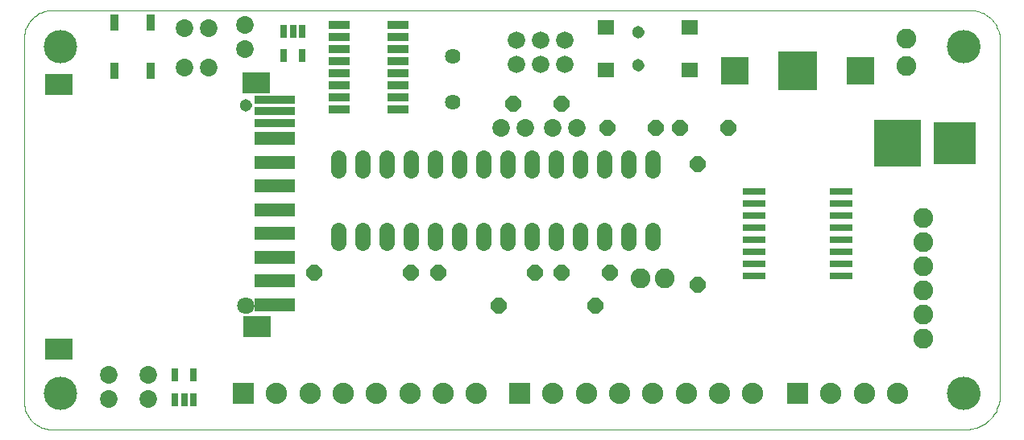
<source format=gts>
G04 This is an RS-274x file exported by *
G04 gerbv version 2.5.0 *
G04 More information is available about gerbv at *
G04 http://gerbv.gpleda.org/ *
G04 --End of header info--*
%MOIN*%
%FSLAX23Y23*%
%IPPOS*%
G04 --Define apertures--*
%ADD10C,0.0000*%
%ADD11C,0.0640*%
%ADD12C,0.0820*%
%ADD13C,0.0640*%
%ADD14C,0.0730*%
%AMMACRO15*
5,1,8,0.000000,0.000000,0.069273,22.500000*
%
%ADD15MACRO15*%
%ADD16R,0.0880X0.0340*%
%ADD17R,0.0297X0.0552*%
%ADD18C,0.0513*%
%ADD19C,0.0710*%
%ADD20R,0.1182X0.0867*%
%ADD21R,0.1655X0.0356*%
%ADD22R,0.1655X0.0552*%
%ADD23R,0.1640X0.1640*%
%ADD24R,0.1175X0.1175*%
%ADD25C,0.1380*%
%ADD26R,0.0380X0.0680*%
%ADD27R,0.0880X0.0880*%
%ADD28C,0.0880*%
%ADD29C,0.0720*%
%ADD30R,0.0946X0.0316*%
%ADD31R,0.0710X0.0631*%
%ADD32R,0.1740X0.1740*%
%ADD33R,0.1937X0.1937*%
G04 --Start main section--*
G54D10*
G01X00123Y00010D02*
G01X03905Y00010D01*
G01X03905Y00010D02*
G01X03913Y00010D01*
G01X03913Y00010D02*
G01X03920Y00011D01*
G01X03920Y00011D02*
G01X03927Y00012D01*
G01X03927Y00012D02*
G01X03935Y00013D01*
G01X03935Y00013D02*
G01X03942Y00015D01*
G01X03942Y00015D02*
G01X03949Y00017D01*
G01X03949Y00017D02*
G01X03956Y00020D01*
G01X03956Y00020D02*
G01X03963Y00022D01*
G01X03963Y00022D02*
G01X03970Y00026D01*
G01X03970Y00026D02*
G01X03976Y00029D01*
G01X03976Y00029D02*
G01X03983Y00033D01*
G01X03983Y00033D02*
G01X03989Y00037D01*
G01X03989Y00037D02*
G01X03995Y00042D01*
G01X03995Y00042D02*
G01X04000Y00047D01*
G01X04000Y00047D02*
G01X04006Y00052D01*
G01X04006Y00052D02*
G01X04011Y00057D01*
G01X04011Y00057D02*
G01X04016Y00063D01*
G01X04016Y00063D02*
G01X04020Y00069D01*
G01X04020Y00069D02*
G01X04025Y00075D01*
G01X04025Y00075D02*
G01X04029Y00081D01*
G01X04029Y00081D02*
G01X04032Y00088D01*
G01X04032Y00088D02*
G01X04035Y00095D01*
G01X04035Y00095D02*
G01X04038Y00102D01*
G01X04038Y00102D02*
G01X04041Y00109D01*
G01X04041Y00109D02*
G01X04043Y00116D01*
G01X04043Y00116D02*
G01X04045Y00123D01*
G01X04045Y00123D02*
G01X04046Y00130D01*
G01X04046Y00130D02*
G01X04047Y00138D01*
G01X04047Y00138D02*
G01X04047Y00145D01*
G01X04047Y00145D02*
G01X04048Y00153D01*
G01X04048Y00153D02*
G01X04048Y01624D01*
G01X04048Y01624D02*
G01X04047Y01631D01*
G01X04047Y01631D02*
G01X04047Y01638D01*
G01X04047Y01638D02*
G01X04046Y01645D01*
G01X04046Y01645D02*
G01X04045Y01652D01*
G01X04045Y01652D02*
G01X04043Y01658D01*
G01X04043Y01658D02*
G01X04041Y01665D01*
G01X04041Y01665D02*
G01X04038Y01671D01*
G01X04038Y01671D02*
G01X04035Y01678D01*
G01X04035Y01678D02*
G01X04032Y01684D01*
G01X04032Y01684D02*
G01X04029Y01690D01*
G01X04029Y01690D02*
G01X04025Y01695D01*
G01X04025Y01695D02*
G01X04021Y01701D01*
G01X04021Y01701D02*
G01X04016Y01706D01*
G01X04016Y01706D02*
G01X04012Y01711D01*
G01X04012Y01711D02*
G01X04007Y01716D01*
G01X04007Y01716D02*
G01X04001Y01720D01*
G01X04001Y01720D02*
G01X03996Y01724D01*
G01X03996Y01724D02*
G01X03990Y01728D01*
G01X03990Y01728D02*
G01X03984Y01732D01*
G01X03984Y01732D02*
G01X03978Y01735D01*
G01X03978Y01735D02*
G01X03972Y01738D01*
G01X03972Y01738D02*
G01X03965Y01740D01*
G01X03965Y01740D02*
G01X03959Y01742D01*
G01X03959Y01742D02*
G01X03952Y01744D01*
G01X03952Y01744D02*
G01X03945Y01745D01*
G01X03945Y01745D02*
G01X03939Y01746D01*
G01X03939Y01746D02*
G01X03932Y01747D01*
G01X03932Y01747D02*
G01X03925Y01747D01*
G01X03925Y01747D02*
G01X00125Y01747D01*
G01X00125Y01747D02*
G01X00118Y01747D01*
G01X00118Y01747D02*
G01X00112Y01746D01*
G01X00112Y01746D02*
G01X00105Y01745D01*
G01X00105Y01745D02*
G01X00099Y01744D01*
G01X00099Y01744D02*
G01X00092Y01742D01*
G01X00092Y01742D02*
G01X00086Y01740D01*
G01X00086Y01740D02*
G01X00080Y01738D01*
G01X00080Y01738D02*
G01X00074Y01735D01*
G01X00074Y01735D02*
G01X00068Y01732D01*
G01X00068Y01732D02*
G01X00062Y01728D01*
G01X00062Y01728D02*
G01X00057Y01724D01*
G01X00057Y01724D02*
G01X00051Y01720D01*
G01X00051Y01720D02*
G01X00047Y01716D01*
G01X00047Y01716D02*
G01X00042Y01711D01*
G01X00042Y01711D02*
G01X00037Y01706D01*
G01X00037Y01706D02*
G01X00033Y01701D01*
G01X00033Y01701D02*
G01X00029Y01696D01*
G01X00029Y01696D02*
G01X00026Y01690D01*
G01X00026Y01690D02*
G01X00023Y01684D01*
G01X00023Y01684D02*
G01X00020Y01678D01*
G01X00020Y01678D02*
G01X00017Y01672D01*
G01X00017Y01672D02*
G01X00015Y01665D01*
G01X00015Y01665D02*
G01X00014Y01659D01*
G01X00014Y01659D02*
G01X00012Y01652D01*
G01X00012Y01652D02*
G01X00011Y01646D01*
G01X00011Y01646D02*
G01X00011Y01639D01*
G01X00011Y01639D02*
G01X00011Y01633D01*
G01X00011Y01633D02*
G01X00011Y00122D01*
G01X00011Y00122D02*
G01X00011Y00116D01*
G01X00011Y00116D02*
G01X00011Y00109D01*
G01X00011Y00109D02*
G01X00012Y00103D01*
G01X00012Y00103D02*
G01X00014Y00096D01*
G01X00014Y00096D02*
G01X00015Y00090D01*
G01X00015Y00090D02*
G01X00017Y00084D01*
G01X00017Y00084D02*
G01X00020Y00078D01*
G01X00020Y00078D02*
G01X00022Y00072D01*
G01X00022Y00072D02*
G01X00026Y00066D01*
G01X00026Y00066D02*
G01X00029Y00061D01*
G01X00029Y00061D02*
G01X00033Y00055D01*
G01X00033Y00055D02*
G01X00037Y00050D01*
G01X00037Y00050D02*
G01X00041Y00045D01*
G01X00041Y00045D02*
G01X00046Y00041D01*
G01X00046Y00041D02*
G01X00051Y00036D01*
G01X00051Y00036D02*
G01X00056Y00032D01*
G01X00056Y00032D02*
G01X00061Y00029D01*
G01X00061Y00029D02*
G01X00067Y00025D01*
G01X00067Y00025D02*
G01X00072Y00022D01*
G01X00072Y00022D02*
G01X00078Y00019D01*
G01X00078Y00019D02*
G01X00084Y00017D01*
G01X00084Y00017D02*
G01X00090Y00015D01*
G01X00090Y00015D02*
G01X00097Y00013D01*
G01X00097Y00013D02*
G01X00103Y00012D01*
G01X00103Y00012D02*
G01X00110Y00011D01*
G01X00110Y00011D02*
G01X00116Y00010D01*
G01X00116Y00010D02*
G01X00123Y00010D01*
G01X00095Y00160D02*
G01X00095Y00165D01*
G01X00095Y00165D02*
G01X00096Y00170D01*
G01X00096Y00170D02*
G01X00097Y00175D01*
G01X00097Y00175D02*
G01X00098Y00180D01*
G01X00098Y00180D02*
G01X00100Y00185D01*
G01X00100Y00185D02*
G01X00102Y00189D01*
G01X00102Y00189D02*
G01X00104Y00194D01*
G01X00104Y00194D02*
G01X00107Y00198D01*
G01X00107Y00198D02*
G01X00110Y00202D01*
G01X00110Y00202D02*
G01X00114Y00206D01*
G01X00114Y00206D02*
G01X00117Y00209D01*
G01X00117Y00209D02*
G01X00121Y00212D01*
G01X00121Y00212D02*
G01X00125Y00215D01*
G01X00125Y00215D02*
G01X00130Y00218D01*
G01X00130Y00218D02*
G01X00134Y00220D01*
G01X00134Y00220D02*
G01X00139Y00222D01*
G01X00139Y00222D02*
G01X00144Y00223D01*
G01X00144Y00223D02*
G01X00149Y00224D01*
G01X00149Y00224D02*
G01X00154Y00225D01*
G01X00154Y00225D02*
G01X00159Y00225D01*
G01X00159Y00225D02*
G01X00164Y00225D01*
G01X00164Y00225D02*
G01X00169Y00225D01*
G01X00169Y00225D02*
G01X00174Y00224D01*
G01X00174Y00224D02*
G01X00179Y00222D01*
G01X00179Y00222D02*
G01X00184Y00221D01*
G01X00184Y00221D02*
G01X00188Y00219D01*
G01X00188Y00219D02*
G01X00193Y00216D01*
G01X00193Y00216D02*
G01X00197Y00214D01*
G01X00197Y00214D02*
G01X00201Y00211D01*
G01X00201Y00211D02*
G01X00205Y00207D01*
G01X00205Y00207D02*
G01X00208Y00204D01*
G01X00208Y00204D02*
G01X00212Y00200D01*
G01X00212Y00200D02*
G01X00214Y00196D01*
G01X00214Y00196D02*
G01X00217Y00192D01*
G01X00217Y00192D02*
G01X00219Y00187D01*
G01X00219Y00187D02*
G01X00221Y00182D01*
G01X00221Y00182D02*
G01X00223Y00178D01*
G01X00223Y00178D02*
G01X00224Y00173D01*
G01X00224Y00173D02*
G01X00225Y00168D01*
G01X00225Y00168D02*
G01X00225Y00163D01*
G01X00225Y00163D02*
G01X00225Y00158D01*
G01X00225Y00158D02*
G01X00225Y00153D01*
G01X00225Y00153D02*
G01X00224Y00148D01*
G01X00224Y00148D02*
G01X00223Y00143D01*
G01X00223Y00143D02*
G01X00221Y00138D01*
G01X00221Y00138D02*
G01X00219Y00133D01*
G01X00219Y00133D02*
G01X00217Y00129D01*
G01X00217Y00129D02*
G01X00214Y00124D01*
G01X00214Y00124D02*
G01X00212Y00120D01*
G01X00212Y00120D02*
G01X00208Y00116D01*
G01X00208Y00116D02*
G01X00205Y00113D01*
G01X00205Y00113D02*
G01X00201Y00110D01*
G01X00201Y00110D02*
G01X00197Y00107D01*
G01X00197Y00107D02*
G01X00193Y00104D01*
G01X00193Y00104D02*
G01X00188Y00102D01*
G01X00188Y00102D02*
G01X00184Y00100D01*
G01X00184Y00100D02*
G01X00179Y00098D01*
G01X00179Y00098D02*
G01X00174Y00097D01*
G01X00174Y00097D02*
G01X00169Y00096D01*
G01X00169Y00096D02*
G01X00164Y00095D01*
G01X00164Y00095D02*
G01X00159Y00095D01*
G01X00159Y00095D02*
G01X00154Y00095D01*
G01X00154Y00095D02*
G01X00149Y00096D01*
G01X00149Y00096D02*
G01X00144Y00097D01*
G01X00144Y00097D02*
G01X00139Y00099D01*
G01X00139Y00099D02*
G01X00134Y00100D01*
G01X00134Y00100D02*
G01X00130Y00103D01*
G01X00130Y00103D02*
G01X00125Y00105D01*
G01X00125Y00105D02*
G01X00121Y00108D01*
G01X00121Y00108D02*
G01X00117Y00111D01*
G01X00117Y00111D02*
G01X00114Y00115D01*
G01X00114Y00115D02*
G01X00110Y00118D01*
G01X00110Y00118D02*
G01X00107Y00122D01*
G01X00107Y00122D02*
G01X00104Y00127D01*
G01X00104Y00127D02*
G01X00102Y00131D01*
G01X00102Y00131D02*
G01X00100Y00136D01*
G01X00100Y00136D02*
G01X00098Y00140D01*
G01X00098Y00140D02*
G01X00097Y00145D01*
G01X00097Y00145D02*
G01X00096Y00150D01*
G01X00096Y00150D02*
G01X00095Y00155D01*
G01X00095Y00155D02*
G01X00095Y00160D01*
G01X00896Y00524D02*
G01X00896Y00527D01*
G01X00896Y00527D02*
G01X00897Y00531D01*
G01X00897Y00531D02*
G01X00898Y00534D01*
G01X00898Y00534D02*
G01X00899Y00537D01*
G01X00899Y00537D02*
G01X00901Y00540D01*
G01X00901Y00540D02*
G01X00903Y00543D01*
G01X00903Y00543D02*
G01X00905Y00546D01*
G01X00905Y00546D02*
G01X00908Y00548D01*
G01X00908Y00548D02*
G01X00911Y00550D01*
G01X00911Y00550D02*
G01X00914Y00552D01*
G01X00914Y00552D02*
G01X00917Y00553D01*
G01X00917Y00553D02*
G01X00920Y00554D01*
G01X00920Y00554D02*
G01X00924Y00555D01*
G01X00924Y00555D02*
G01X00927Y00555D01*
G01X00927Y00555D02*
G01X00931Y00555D01*
G01X00931Y00555D02*
G01X00934Y00554D01*
G01X00934Y00554D02*
G01X00938Y00553D01*
G01X00938Y00553D02*
G01X00941Y00552D01*
G01X00941Y00552D02*
G01X00944Y00550D01*
G01X00944Y00550D02*
G01X00947Y00548D01*
G01X00947Y00548D02*
G01X00950Y00546D01*
G01X00950Y00546D02*
G01X00952Y00543D01*
G01X00952Y00543D02*
G01X00954Y00540D01*
G01X00954Y00540D02*
G01X00956Y00537D01*
G01X00956Y00537D02*
G01X00957Y00534D01*
G01X00957Y00534D02*
G01X00958Y00531D01*
G01X00958Y00531D02*
G01X00959Y00527D01*
G01X00959Y00527D02*
G01X00959Y00524D01*
G01X00959Y00524D02*
G01X00959Y00520D01*
G01X00959Y00520D02*
G01X00958Y00517D01*
G01X00958Y00517D02*
G01X00957Y00513D01*
G01X00957Y00513D02*
G01X00956Y00510D01*
G01X00956Y00510D02*
G01X00954Y00507D01*
G01X00954Y00507D02*
G01X00952Y00504D01*
G01X00952Y00504D02*
G01X00950Y00501D01*
G01X00950Y00501D02*
G01X00947Y00499D01*
G01X00947Y00499D02*
G01X00944Y00497D01*
G01X00944Y00497D02*
G01X00941Y00495D01*
G01X00941Y00495D02*
G01X00938Y00494D01*
G01X00938Y00494D02*
G01X00934Y00493D01*
G01X00934Y00493D02*
G01X00931Y00492D01*
G01X00931Y00492D02*
G01X00927Y00492D01*
G01X00927Y00492D02*
G01X00924Y00492D01*
G01X00924Y00492D02*
G01X00920Y00493D01*
G01X00920Y00493D02*
G01X00917Y00494D01*
G01X00917Y00494D02*
G01X00914Y00495D01*
G01X00914Y00495D02*
G01X00911Y00497D01*
G01X00911Y00497D02*
G01X00908Y00499D01*
G01X00908Y00499D02*
G01X00905Y00501D01*
G01X00905Y00501D02*
G01X00903Y00504D01*
G01X00903Y00504D02*
G01X00901Y00507D01*
G01X00901Y00507D02*
G01X00899Y00510D01*
G01X00899Y00510D02*
G01X00898Y00513D01*
G01X00898Y00513D02*
G01X00897Y00517D01*
G01X00897Y00517D02*
G01X00896Y00520D01*
G01X00896Y00520D02*
G01X00896Y00524D01*
G01X00906Y01354D02*
G01X00906Y01357D01*
G01X00906Y01357D02*
G01X00907Y01360D01*
G01X00907Y01360D02*
G01X00907Y01363D01*
G01X00907Y01363D02*
G01X00909Y01365D01*
G01X00909Y01365D02*
G01X00910Y01368D01*
G01X00910Y01368D02*
G01X00912Y01370D01*
G01X00912Y01370D02*
G01X00915Y01372D01*
G01X00915Y01372D02*
G01X00917Y01373D01*
G01X00917Y01373D02*
G01X00920Y01375D01*
G01X00920Y01375D02*
G01X00922Y01375D01*
G01X00922Y01375D02*
G01X00925Y01376D01*
G01X00925Y01376D02*
G01X00928Y01376D01*
G01X00928Y01376D02*
G01X00931Y01376D01*
G01X00931Y01376D02*
G01X00934Y01375D01*
G01X00934Y01375D02*
G01X00937Y01374D01*
G01X00937Y01374D02*
G01X00939Y01373D01*
G01X00939Y01373D02*
G01X00941Y01371D01*
G01X00941Y01371D02*
G01X00944Y01369D01*
G01X00944Y01369D02*
G01X00945Y01367D01*
G01X00945Y01367D02*
G01X00947Y01364D01*
G01X00947Y01364D02*
G01X00948Y01361D01*
G01X00948Y01361D02*
G01X00949Y01359D01*
G01X00949Y01359D02*
G01X00949Y01356D01*
G01X00949Y01356D02*
G01X00949Y01353D01*
G01X00949Y01353D02*
G01X00949Y01350D01*
G01X00949Y01350D02*
G01X00948Y01347D01*
G01X00948Y01347D02*
G01X00947Y01345D01*
G01X00947Y01345D02*
G01X00945Y01342D01*
G01X00945Y01342D02*
G01X00944Y01340D01*
G01X00944Y01340D02*
G01X00941Y01338D01*
G01X00941Y01338D02*
G01X00939Y01336D01*
G01X00939Y01336D02*
G01X00937Y01335D01*
G01X00937Y01335D02*
G01X00934Y01334D01*
G01X00934Y01334D02*
G01X00931Y01333D01*
G01X00931Y01333D02*
G01X00928Y01333D01*
G01X00928Y01333D02*
G01X00925Y01333D01*
G01X00925Y01333D02*
G01X00922Y01333D01*
G01X00922Y01333D02*
G01X00920Y01334D01*
G01X00920Y01334D02*
G01X00917Y01335D01*
G01X00917Y01335D02*
G01X00915Y01337D01*
G01X00915Y01337D02*
G01X00912Y01339D01*
G01X00912Y01339D02*
G01X00910Y01341D01*
G01X00910Y01341D02*
G01X00909Y01343D01*
G01X00909Y01343D02*
G01X00907Y01346D01*
G01X00907Y01346D02*
G01X00907Y01349D01*
G01X00907Y01349D02*
G01X00906Y01351D01*
G01X00906Y01351D02*
G01X00906Y01354D01*
G01X00095Y01598D02*
G01X00095Y01603D01*
G01X00095Y01603D02*
G01X00096Y01608D01*
G01X00096Y01608D02*
G01X00097Y01613D01*
G01X00097Y01613D02*
G01X00098Y01617D01*
G01X00098Y01617D02*
G01X00100Y01622D01*
G01X00100Y01622D02*
G01X00102Y01627D01*
G01X00102Y01627D02*
G01X00104Y01631D01*
G01X00104Y01631D02*
G01X00107Y01635D01*
G01X00107Y01635D02*
G01X00110Y01639D01*
G01X00110Y01639D02*
G01X00114Y01643D01*
G01X00114Y01643D02*
G01X00117Y01647D01*
G01X00117Y01647D02*
G01X00121Y01650D01*
G01X00121Y01650D02*
G01X00125Y01653D01*
G01X00125Y01653D02*
G01X00130Y01655D01*
G01X00130Y01655D02*
G01X00134Y01657D01*
G01X00134Y01657D02*
G01X00139Y01659D01*
G01X00139Y01659D02*
G01X00144Y01661D01*
G01X00144Y01661D02*
G01X00149Y01662D01*
G01X00149Y01662D02*
G01X00154Y01662D01*
G01X00154Y01662D02*
G01X00159Y01663D01*
G01X00159Y01663D02*
G01X00164Y01663D01*
G01X00164Y01663D02*
G01X00169Y01662D01*
G01X00169Y01662D02*
G01X00174Y01661D01*
G01X00174Y01661D02*
G01X00179Y01660D01*
G01X00179Y01660D02*
G01X00184Y01658D01*
G01X00184Y01658D02*
G01X00188Y01656D01*
G01X00188Y01656D02*
G01X00193Y01654D01*
G01X00193Y01654D02*
G01X00197Y01651D01*
G01X00197Y01651D02*
G01X00201Y01648D01*
G01X00201Y01648D02*
G01X00205Y01645D01*
G01X00205Y01645D02*
G01X00208Y01641D01*
G01X00208Y01641D02*
G01X00212Y01637D01*
G01X00212Y01637D02*
G01X00214Y01633D01*
G01X00214Y01633D02*
G01X00217Y01629D01*
G01X00217Y01629D02*
G01X00219Y01625D01*
G01X00219Y01625D02*
G01X00221Y01620D01*
G01X00221Y01620D02*
G01X00223Y01615D01*
G01X00223Y01615D02*
G01X00224Y01610D01*
G01X00224Y01610D02*
G01X00225Y01605D01*
G01X00225Y01605D02*
G01X00225Y01600D01*
G01X00225Y01600D02*
G01X00225Y01595D01*
G01X00225Y01595D02*
G01X00225Y01590D01*
G01X00225Y01590D02*
G01X00224Y01585D01*
G01X00224Y01585D02*
G01X00223Y01580D01*
G01X00223Y01580D02*
G01X00221Y01575D01*
G01X00221Y01575D02*
G01X00219Y01571D01*
G01X00219Y01571D02*
G01X00217Y01566D01*
G01X00217Y01566D02*
G01X00214Y01562D01*
G01X00214Y01562D02*
G01X00212Y01558D01*
G01X00212Y01558D02*
G01X00208Y01554D01*
G01X00208Y01554D02*
G01X00205Y01550D01*
G01X00205Y01550D02*
G01X00201Y01547D01*
G01X00201Y01547D02*
G01X00197Y01544D01*
G01X00197Y01544D02*
G01X00193Y01541D01*
G01X00193Y01541D02*
G01X00188Y01539D01*
G01X00188Y01539D02*
G01X00184Y01537D01*
G01X00184Y01537D02*
G01X00179Y01535D01*
G01X00179Y01535D02*
G01X00174Y01534D01*
G01X00174Y01534D02*
G01X00169Y01533D01*
G01X00169Y01533D02*
G01X00164Y01533D01*
G01X00164Y01533D02*
G01X00159Y01533D01*
G01X00159Y01533D02*
G01X00154Y01533D01*
G01X00154Y01533D02*
G01X00149Y01534D01*
G01X00149Y01534D02*
G01X00144Y01535D01*
G01X00144Y01535D02*
G01X00139Y01536D01*
G01X00139Y01536D02*
G01X00134Y01538D01*
G01X00134Y01538D02*
G01X00130Y01540D01*
G01X00130Y01540D02*
G01X00125Y01543D01*
G01X00125Y01543D02*
G01X00121Y01546D01*
G01X00121Y01546D02*
G01X00117Y01549D01*
G01X00117Y01549D02*
G01X00114Y01552D01*
G01X00114Y01552D02*
G01X00110Y01556D01*
G01X00110Y01556D02*
G01X00107Y01560D01*
G01X00107Y01560D02*
G01X00104Y01564D01*
G01X00104Y01564D02*
G01X00102Y01568D01*
G01X00102Y01568D02*
G01X00100Y01573D01*
G01X00100Y01573D02*
G01X00098Y01578D01*
G01X00098Y01578D02*
G01X00097Y01583D01*
G01X00097Y01583D02*
G01X00096Y01588D01*
G01X00096Y01588D02*
G01X00095Y01593D01*
G01X00095Y01593D02*
G01X00095Y01598D01*
G01X02529Y01658D02*
G01X02529Y01661D01*
G01X02529Y01661D02*
G01X02530Y01663D01*
G01X02530Y01663D02*
G01X02530Y01666D01*
G01X02530Y01666D02*
G01X02532Y01669D01*
G01X02532Y01669D02*
G01X02533Y01671D01*
G01X02533Y01671D02*
G01X02535Y01673D01*
G01X02535Y01673D02*
G01X02538Y01675D01*
G01X02538Y01675D02*
G01X02540Y01677D01*
G01X02540Y01677D02*
G01X02543Y01678D01*
G01X02543Y01678D02*
G01X02545Y01679D01*
G01X02545Y01679D02*
G01X02548Y01679D01*
G01X02548Y01679D02*
G01X02551Y01679D01*
G01X02551Y01679D02*
G01X02554Y01679D01*
G01X02554Y01679D02*
G01X02557Y01678D01*
G01X02557Y01678D02*
G01X02560Y01677D01*
G01X02560Y01677D02*
G01X02562Y01676D01*
G01X02562Y01676D02*
G01X02564Y01674D01*
G01X02564Y01674D02*
G01X02567Y01672D01*
G01X02567Y01672D02*
G01X02568Y01670D01*
G01X02568Y01670D02*
G01X02570Y01667D01*
G01X02570Y01667D02*
G01X02571Y01665D01*
G01X02571Y01665D02*
G01X02572Y01662D01*
G01X02572Y01662D02*
G01X02572Y01659D01*
G01X02572Y01659D02*
G01X02572Y01656D01*
G01X02572Y01656D02*
G01X02572Y01653D01*
G01X02572Y01653D02*
G01X02571Y01651D01*
G01X02571Y01651D02*
G01X02570Y01648D01*
G01X02570Y01648D02*
G01X02568Y01645D01*
G01X02568Y01645D02*
G01X02567Y01643D01*
G01X02567Y01643D02*
G01X02564Y01641D01*
G01X02564Y01641D02*
G01X02562Y01639D01*
G01X02562Y01639D02*
G01X02560Y01638D01*
G01X02560Y01638D02*
G01X02557Y01637D01*
G01X02557Y01637D02*
G01X02554Y01636D01*
G01X02554Y01636D02*
G01X02551Y01636D01*
G01X02551Y01636D02*
G01X02548Y01636D01*
G01X02548Y01636D02*
G01X02545Y01637D01*
G01X02545Y01637D02*
G01X02543Y01637D01*
G01X02543Y01637D02*
G01X02540Y01639D01*
G01X02540Y01639D02*
G01X02538Y01640D01*
G01X02538Y01640D02*
G01X02535Y01642D01*
G01X02535Y01642D02*
G01X02533Y01644D01*
G01X02533Y01644D02*
G01X02532Y01647D01*
G01X02532Y01647D02*
G01X02530Y01649D01*
G01X02530Y01649D02*
G01X02530Y01652D01*
G01X02530Y01652D02*
G01X02529Y01655D01*
G01X02529Y01655D02*
G01X02529Y01658D01*
G01X02529Y01520D02*
G01X02529Y01523D01*
G01X02529Y01523D02*
G01X02530Y01526D01*
G01X02530Y01526D02*
G01X02530Y01528D01*
G01X02530Y01528D02*
G01X02532Y01531D01*
G01X02532Y01531D02*
G01X02533Y01533D01*
G01X02533Y01533D02*
G01X02535Y01535D01*
G01X02535Y01535D02*
G01X02538Y01537D01*
G01X02538Y01537D02*
G01X02540Y01539D01*
G01X02540Y01539D02*
G01X02543Y01540D01*
G01X02543Y01540D02*
G01X02545Y01541D01*
G01X02545Y01541D02*
G01X02548Y01541D01*
G01X02548Y01541D02*
G01X02551Y01542D01*
G01X02551Y01542D02*
G01X02554Y01541D01*
G01X02554Y01541D02*
G01X02557Y01541D01*
G01X02557Y01541D02*
G01X02560Y01540D01*
G01X02560Y01540D02*
G01X02562Y01538D01*
G01X02562Y01538D02*
G01X02564Y01536D01*
G01X02564Y01536D02*
G01X02567Y01534D01*
G01X02567Y01534D02*
G01X02568Y01532D01*
G01X02568Y01532D02*
G01X02570Y01530D01*
G01X02570Y01530D02*
G01X02571Y01527D01*
G01X02571Y01527D02*
G01X02572Y01524D01*
G01X02572Y01524D02*
G01X02572Y01521D01*
G01X02572Y01521D02*
G01X02572Y01518D01*
G01X02572Y01518D02*
G01X02572Y01516D01*
G01X02572Y01516D02*
G01X02571Y01513D01*
G01X02571Y01513D02*
G01X02570Y01510D01*
G01X02570Y01510D02*
G01X02568Y01508D01*
G01X02568Y01508D02*
G01X02567Y01505D01*
G01X02567Y01505D02*
G01X02564Y01503D01*
G01X02564Y01503D02*
G01X02562Y01502D01*
G01X02562Y01502D02*
G01X02560Y01500D01*
G01X02560Y01500D02*
G01X02557Y01499D01*
G01X02557Y01499D02*
G01X02554Y01498D01*
G01X02554Y01498D02*
G01X02551Y01498D01*
G01X02551Y01498D02*
G01X02548Y01498D01*
G01X02548Y01498D02*
G01X02545Y01499D01*
G01X02545Y01499D02*
G01X02543Y01500D01*
G01X02543Y01500D02*
G01X02540Y01501D01*
G01X02540Y01501D02*
G01X02538Y01502D01*
G01X02538Y01502D02*
G01X02535Y01504D01*
G01X02535Y01504D02*
G01X02533Y01506D01*
G01X02533Y01506D02*
G01X02532Y01509D01*
G01X02532Y01509D02*
G01X02530Y01511D01*
G01X02530Y01511D02*
G01X02530Y01514D01*
G01X02530Y01514D02*
G01X02529Y01517D01*
G01X02529Y01517D02*
G01X02529Y01520D01*
G01X03833Y01598D02*
G01X03833Y01603D01*
G01X03833Y01603D02*
G01X03833Y01608D01*
G01X03833Y01608D02*
G01X03834Y01613D01*
G01X03834Y01613D02*
G01X03836Y01617D01*
G01X03836Y01617D02*
G01X03837Y01622D01*
G01X03837Y01622D02*
G01X03840Y01627D01*
G01X03840Y01627D02*
G01X03842Y01631D01*
G01X03842Y01631D02*
G01X03845Y01635D01*
G01X03845Y01635D02*
G01X03848Y01639D01*
G01X03848Y01639D02*
G01X03851Y01643D01*
G01X03851Y01643D02*
G01X03855Y01647D01*
G01X03855Y01647D02*
G01X03859Y01650D01*
G01X03859Y01650D02*
G01X03863Y01653D01*
G01X03863Y01653D02*
G01X03867Y01655D01*
G01X03867Y01655D02*
G01X03872Y01657D01*
G01X03872Y01657D02*
G01X03877Y01659D01*
G01X03877Y01659D02*
G01X03881Y01661D01*
G01X03881Y01661D02*
G01X03886Y01662D01*
G01X03886Y01662D02*
G01X03891Y01662D01*
G01X03891Y01662D02*
G01X03896Y01663D01*
G01X03896Y01663D02*
G01X03901Y01663D01*
G01X03901Y01663D02*
G01X03906Y01662D01*
G01X03906Y01662D02*
G01X03911Y01661D01*
G01X03911Y01661D02*
G01X03916Y01660D01*
G01X03916Y01660D02*
G01X03921Y01658D01*
G01X03921Y01658D02*
G01X03926Y01656D01*
G01X03926Y01656D02*
G01X03930Y01654D01*
G01X03930Y01654D02*
G01X03934Y01651D01*
G01X03934Y01651D02*
G01X03938Y01648D01*
G01X03938Y01648D02*
G01X03942Y01645D01*
G01X03942Y01645D02*
G01X03946Y01641D01*
G01X03946Y01641D02*
G01X03949Y01637D01*
G01X03949Y01637D02*
G01X03952Y01633D01*
G01X03952Y01633D02*
G01X03955Y01629D01*
G01X03955Y01629D02*
G01X03957Y01625D01*
G01X03957Y01625D02*
G01X03959Y01620D01*
G01X03959Y01620D02*
G01X03960Y01615D01*
G01X03960Y01615D02*
G01X03961Y01610D01*
G01X03961Y01610D02*
G01X03962Y01605D01*
G01X03962Y01605D02*
G01X03963Y01600D01*
G01X03963Y01600D02*
G01X03963Y01595D01*
G01X03963Y01595D02*
G01X03962Y01590D01*
G01X03962Y01590D02*
G01X03961Y01585D01*
G01X03961Y01585D02*
G01X03960Y01580D01*
G01X03960Y01580D02*
G01X03959Y01575D01*
G01X03959Y01575D02*
G01X03957Y01571D01*
G01X03957Y01571D02*
G01X03955Y01566D01*
G01X03955Y01566D02*
G01X03952Y01562D01*
G01X03952Y01562D02*
G01X03949Y01558D01*
G01X03949Y01558D02*
G01X03946Y01554D01*
G01X03946Y01554D02*
G01X03942Y01550D01*
G01X03942Y01550D02*
G01X03938Y01547D01*
G01X03938Y01547D02*
G01X03934Y01544D01*
G01X03934Y01544D02*
G01X03930Y01541D01*
G01X03930Y01541D02*
G01X03926Y01539D01*
G01X03926Y01539D02*
G01X03921Y01537D01*
G01X03921Y01537D02*
G01X03916Y01535D01*
G01X03916Y01535D02*
G01X03911Y01534D01*
G01X03911Y01534D02*
G01X03906Y01533D01*
G01X03906Y01533D02*
G01X03901Y01533D01*
G01X03901Y01533D02*
G01X03896Y01533D01*
G01X03896Y01533D02*
G01X03891Y01533D01*
G01X03891Y01533D02*
G01X03886Y01534D01*
G01X03886Y01534D02*
G01X03881Y01535D01*
G01X03881Y01535D02*
G01X03877Y01536D01*
G01X03877Y01536D02*
G01X03872Y01538D01*
G01X03872Y01538D02*
G01X03867Y01540D01*
G01X03867Y01540D02*
G01X03863Y01543D01*
G01X03863Y01543D02*
G01X03859Y01546D01*
G01X03859Y01546D02*
G01X03855Y01549D01*
G01X03855Y01549D02*
G01X03851Y01552D01*
G01X03851Y01552D02*
G01X03848Y01556D01*
G01X03848Y01556D02*
G01X03845Y01560D01*
G01X03845Y01560D02*
G01X03842Y01564D01*
G01X03842Y01564D02*
G01X03840Y01568D01*
G01X03840Y01568D02*
G01X03837Y01573D01*
G01X03837Y01573D02*
G01X03836Y01578D01*
G01X03836Y01578D02*
G01X03834Y01583D01*
G01X03834Y01583D02*
G01X03833Y01588D01*
G01X03833Y01588D02*
G01X03833Y01593D01*
G01X03833Y01593D02*
G01X03833Y01598D01*
G01X03833Y00160D02*
G01X03833Y00165D01*
G01X03833Y00165D02*
G01X03833Y00170D01*
G01X03833Y00170D02*
G01X03834Y00175D01*
G01X03834Y00175D02*
G01X03836Y00180D01*
G01X03836Y00180D02*
G01X03837Y00185D01*
G01X03837Y00185D02*
G01X03840Y00189D01*
G01X03840Y00189D02*
G01X03842Y00194D01*
G01X03842Y00194D02*
G01X03845Y00198D01*
G01X03845Y00198D02*
G01X03848Y00202D01*
G01X03848Y00202D02*
G01X03851Y00206D01*
G01X03851Y00206D02*
G01X03855Y00209D01*
G01X03855Y00209D02*
G01X03859Y00212D01*
G01X03859Y00212D02*
G01X03863Y00215D01*
G01X03863Y00215D02*
G01X03867Y00218D01*
G01X03867Y00218D02*
G01X03872Y00220D01*
G01X03872Y00220D02*
G01X03877Y00222D01*
G01X03877Y00222D02*
G01X03881Y00223D01*
G01X03881Y00223D02*
G01X03886Y00224D01*
G01X03886Y00224D02*
G01X03891Y00225D01*
G01X03891Y00225D02*
G01X03896Y00225D01*
G01X03896Y00225D02*
G01X03901Y00225D01*
G01X03901Y00225D02*
G01X03906Y00225D01*
G01X03906Y00225D02*
G01X03911Y00224D01*
G01X03911Y00224D02*
G01X03916Y00222D01*
G01X03916Y00222D02*
G01X03921Y00221D01*
G01X03921Y00221D02*
G01X03926Y00219D01*
G01X03926Y00219D02*
G01X03930Y00216D01*
G01X03930Y00216D02*
G01X03934Y00214D01*
G01X03934Y00214D02*
G01X03938Y00211D01*
G01X03938Y00211D02*
G01X03942Y00207D01*
G01X03942Y00207D02*
G01X03946Y00204D01*
G01X03946Y00204D02*
G01X03949Y00200D01*
G01X03949Y00200D02*
G01X03952Y00196D01*
G01X03952Y00196D02*
G01X03955Y00192D01*
G01X03955Y00192D02*
G01X03957Y00187D01*
G01X03957Y00187D02*
G01X03959Y00182D01*
G01X03959Y00182D02*
G01X03960Y00178D01*
G01X03960Y00178D02*
G01X03961Y00173D01*
G01X03961Y00173D02*
G01X03962Y00168D01*
G01X03962Y00168D02*
G01X03963Y00163D01*
G01X03963Y00163D02*
G01X03963Y00158D01*
G01X03963Y00158D02*
G01X03962Y00153D01*
G01X03962Y00153D02*
G01X03961Y00148D01*
G01X03961Y00148D02*
G01X03960Y00143D01*
G01X03960Y00143D02*
G01X03959Y00138D01*
G01X03959Y00138D02*
G01X03957Y00133D01*
G01X03957Y00133D02*
G01X03955Y00129D01*
G01X03955Y00129D02*
G01X03952Y00124D01*
G01X03952Y00124D02*
G01X03949Y00120D01*
G01X03949Y00120D02*
G01X03946Y00116D01*
G01X03946Y00116D02*
G01X03942Y00113D01*
G01X03942Y00113D02*
G01X03938Y00110D01*
G01X03938Y00110D02*
G01X03934Y00107D01*
G01X03934Y00107D02*
G01X03930Y00104D01*
G01X03930Y00104D02*
G01X03926Y00102D01*
G01X03926Y00102D02*
G01X03921Y00100D01*
G01X03921Y00100D02*
G01X03916Y00098D01*
G01X03916Y00098D02*
G01X03911Y00097D01*
G01X03911Y00097D02*
G01X03906Y00096D01*
G01X03906Y00096D02*
G01X03901Y00095D01*
G01X03901Y00095D02*
G01X03896Y00095D01*
G01X03896Y00095D02*
G01X03891Y00095D01*
G01X03891Y00095D02*
G01X03886Y00096D01*
G01X03886Y00096D02*
G01X03881Y00097D01*
G01X03881Y00097D02*
G01X03877Y00099D01*
G01X03877Y00099D02*
G01X03872Y00100D01*
G01X03872Y00100D02*
G01X03867Y00103D01*
G01X03867Y00103D02*
G01X03863Y00105D01*
G01X03863Y00105D02*
G01X03859Y00108D01*
G01X03859Y00108D02*
G01X03855Y00111D01*
G01X03855Y00111D02*
G01X03851Y00115D01*
G01X03851Y00115D02*
G01X03848Y00118D01*
G01X03848Y00118D02*
G01X03845Y00122D01*
G01X03845Y00122D02*
G01X03842Y00127D01*
G01X03842Y00127D02*
G01X03840Y00131D01*
G01X03840Y00131D02*
G01X03837Y00136D01*
G01X03837Y00136D02*
G01X03836Y00140D01*
G01X03836Y00140D02*
G01X03834Y00145D01*
G01X03834Y00145D02*
G01X03833Y00150D01*
G01X03833Y00150D02*
G01X03833Y00155D01*
G01X03833Y00155D02*
G01X03833Y00160D01*
G54D11*
G01X02610Y00782D02*
G01X02610Y00838D01*
G01X02510Y00838D02*
G01X02510Y00782D01*
G01X02410Y00782D02*
G01X02410Y00838D01*
G01X02310Y00838D02*
G01X02310Y00782D01*
G01X02210Y00782D02*
G01X02210Y00838D01*
G01X02110Y00838D02*
G01X02110Y00782D01*
G01X02010Y00782D02*
G01X02010Y00838D01*
G01X01910Y00838D02*
G01X01910Y00782D01*
G01X01810Y00782D02*
G01X01810Y00838D01*
G01X01710Y00838D02*
G01X01710Y00782D01*
G01X01610Y00782D02*
G01X01610Y00838D01*
G01X01510Y00838D02*
G01X01510Y00782D01*
G01X01410Y00782D02*
G01X01410Y00838D01*
G01X01310Y00838D02*
G01X01310Y00782D01*
G01X01310Y01082D02*
G01X01310Y01138D01*
G01X01410Y01138D02*
G01X01410Y01082D01*
G01X01510Y01082D02*
G01X01510Y01138D01*
G01X01610Y01138D02*
G01X01610Y01082D01*
G01X01710Y01082D02*
G01X01710Y01138D01*
G01X01810Y01138D02*
G01X01810Y01082D01*
G01X01910Y01082D02*
G01X01910Y01138D01*
G01X02010Y01138D02*
G01X02010Y01082D01*
G01X02110Y01082D02*
G01X02110Y01138D01*
G01X02210Y01138D02*
G01X02210Y01082D01*
G01X02310Y01082D02*
G01X02310Y01138D01*
G01X02410Y01138D02*
G01X02410Y01082D01*
G01X02510Y01082D02*
G01X02510Y01138D01*
G01X02610Y01138D02*
G01X02610Y01082D01*
G54D12*
G01X02660Y00635D03*
G01X02560Y00635D03*
G01X03730Y00588D03*
G01X03730Y00688D03*
G01X03730Y00788D03*
G01X03730Y00888D03*
G01X03730Y00488D03*
G01X03730Y00388D03*
G01X03660Y01516D03*
G01X03660Y01630D03*
G54D13*
G01X01785Y01555D03*
G01X01785Y01365D03*
G54D14*
G01X01985Y01260D03*
G01X02085Y01260D03*
G01X02198Y01260D03*
G01X02298Y01260D03*
G01X00923Y01585D03*
G01X00773Y01510D03*
G01X00673Y01510D03*
G01X00673Y01673D03*
G01X00773Y01673D03*
G01X00923Y01685D03*
G01X00523Y00235D03*
G01X00360Y00235D03*
G01X00360Y00135D03*
G01X00523Y00135D03*
G54D15*
G01X01210Y00660D03*
G01X01610Y00660D03*
G01X01723Y00660D03*
G01X01973Y00523D03*
G01X02123Y00660D03*
G01X02235Y00660D03*
G01X02435Y00660D03*
G01X02373Y00523D03*
G01X02798Y00610D03*
G01X02798Y01110D03*
G01X02723Y01260D03*
G01X02623Y01260D03*
G01X02423Y01260D03*
G01X02235Y01360D03*
G01X02035Y01360D03*
G01X02923Y01260D03*
G54D16*
G01X01556Y01335D03*
G01X01556Y01385D03*
G01X01556Y01435D03*
G01X01556Y01485D03*
G01X01556Y01535D03*
G01X01556Y01585D03*
G01X01556Y01635D03*
G01X01556Y01685D03*
G01X01314Y01685D03*
G01X01314Y01635D03*
G01X01314Y01585D03*
G01X01314Y01535D03*
G01X01314Y01485D03*
G01X01314Y01435D03*
G01X01314Y01385D03*
G01X01314Y01335D03*
G54D17*
G01X01160Y01559D03*
G01X01085Y01559D03*
G01X01085Y01661D03*
G01X01123Y01661D03*
G01X01160Y01661D03*
G01X00710Y00236D03*
G01X00635Y00236D03*
G01X00635Y00134D03*
G01X00673Y00134D03*
G01X00710Y00134D03*
G54D18*
G01X00927Y01354D03*
G01X02550Y01520D03*
G01X02550Y01658D03*
G54D19*
G01X00927Y00524D03*
G54D20*
G01X00975Y00437D03*
G01X00152Y00343D03*
G01X00152Y01441D03*
G01X00971Y01445D03*
G54D21*
G01X01046Y01378D03*
G01X01046Y01331D03*
G01X01046Y01280D03*
G54D22*
G01X01046Y01217D03*
G01X01046Y01118D03*
G01X01046Y01020D03*
G01X01046Y00921D03*
G01X01046Y00823D03*
G01X01046Y00724D03*
G01X01046Y00626D03*
G01X01046Y00528D03*
G54D23*
G01X03210Y01498D03*
G54D24*
G01X03470Y01498D03*
G01X02950Y01498D03*
G54D25*
G01X03898Y01598D03*
G01X03898Y00160D03*
G01X00160Y00160D03*
G01X00160Y01598D03*
G54D26*
G01X00385Y01698D03*
G01X00535Y01698D03*
G01X00535Y01498D03*
G01X00385Y01498D03*
G54D27*
G01X00917Y00160D03*
G01X02060Y00160D03*
G01X03210Y00160D03*
G54D28*
G01X03348Y00160D03*
G01X03486Y00160D03*
G01X03624Y00160D03*
G01X03025Y00160D03*
G01X02887Y00160D03*
G01X02749Y00160D03*
G01X02611Y00160D03*
G01X02474Y00160D03*
G01X02336Y00160D03*
G01X02198Y00160D03*
G01X01881Y00160D03*
G01X01743Y00160D03*
G01X01606Y00160D03*
G01X01468Y00160D03*
G01X01330Y00160D03*
G01X01192Y00160D03*
G01X01054Y00160D03*
G54D29*
G01X02048Y01523D03*
G01X02148Y01523D03*
G01X02248Y01523D03*
G01X02248Y01623D03*
G01X02148Y01623D03*
G01X02048Y01623D03*
G54D30*
G01X03029Y00998D03*
G01X03029Y00948D03*
G01X03029Y00898D03*
G01X03029Y00848D03*
G01X03029Y00798D03*
G01X03029Y00748D03*
G01X03029Y00698D03*
G01X03029Y00648D03*
G01X03391Y00648D03*
G01X03391Y00698D03*
G01X03391Y00748D03*
G01X03391Y00798D03*
G01X03391Y00848D03*
G01X03391Y00898D03*
G01X03391Y00948D03*
G01X03391Y00998D03*
G54D31*
G01X02763Y01500D03*
G01X02417Y01500D03*
G01X02417Y01677D03*
G01X02763Y01677D03*
G54D32*
G01X03861Y01198D03*
G54D33*
G01X03625Y01198D03*
M02*

</source>
